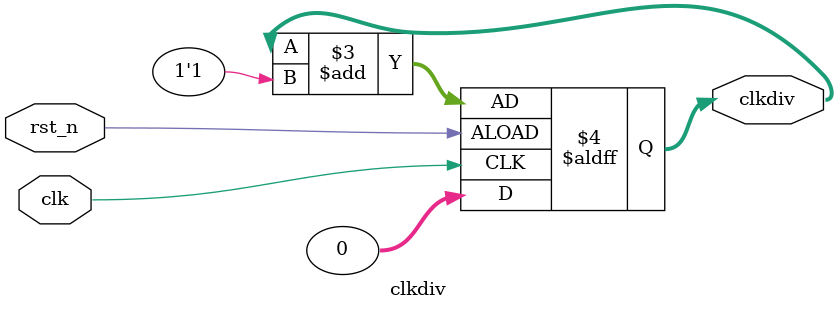
<source format=v>
`timescale 1ns / 1ps


module clkdiv(
    input clk,
    input rst_n,
    output reg[31:0] clkdiv
    );
    always @(posedge clk or posedge rst_n)
    begin
        if(!rst_n) clkdiv<=0;
            else clkdiv <= clkdiv + 1'b1;
    end
endmodule

</source>
